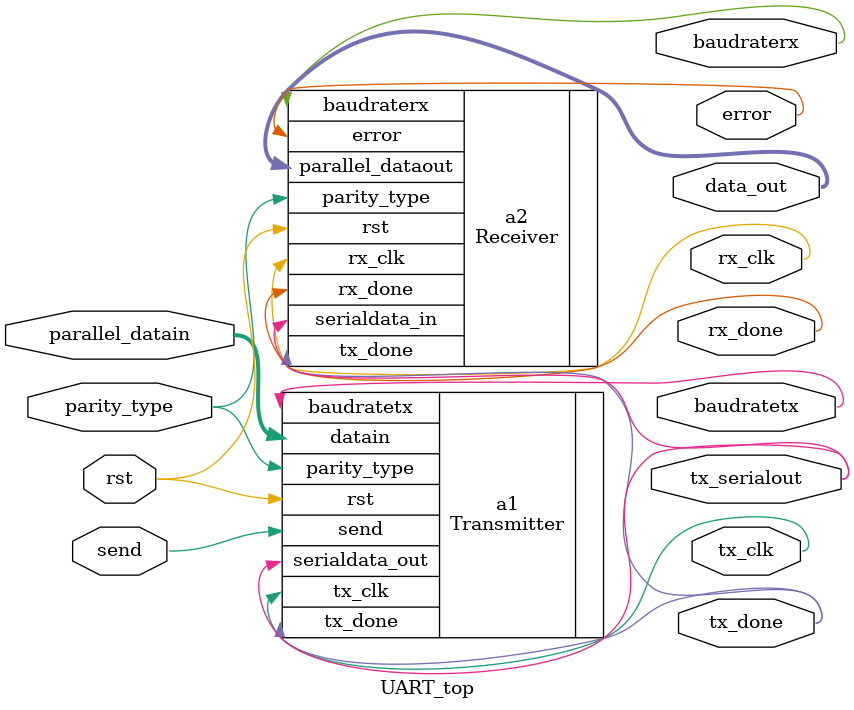
<source format=v>
module UART_top
    #(parameter Data_length=8,
                parity_en=0)
     (input [7:0] parallel_datain,
     input rst,send,parity_type,
     output tx_serialout,
     output baudratetx,tx_clk,rx_clk,tx_done,error,
     output rx_done,baudraterx,
     output [7:0] data_out);
    
    Transmitter  #(
                  .Data_length(Data_length),
                  .parity_en(parity_en))
                  a1 (.datain(parallel_datain),
                      .tx_clk(tx_clk),.rst(rst),
                      .send(send),
                      .parity_type(parity_type),
                      .baudratetx(baudratetx),
                      .serialdata_out(tx_serialout),
                      .tx_done(tx_done));
  
    Receiver  #( 
                 .Data_length(Data_length),
                 .parity_en(parity_en)) 
                 a2 (.serialdata_in(tx_serialout),
                     .rx_clk(rx_clk),.rst(rst),
                     .tx_done(tx_done),
                     .parity_type(parity_type),
                     .parallel_dataout(data_out),
                     .error(error), 
                     .rx_done(rx_done),
                     .baudraterx(baudraterx));
endmodule

</source>
